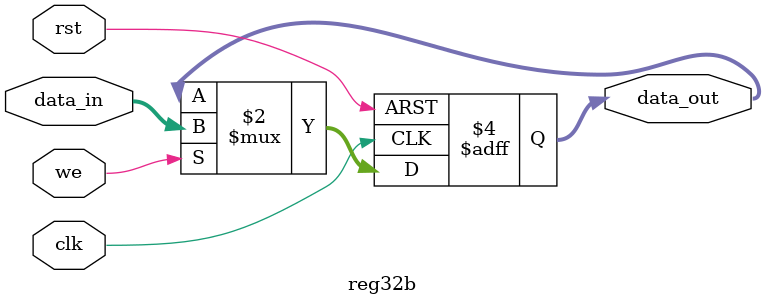
<source format=v>
module reg32b (
    input wire clk,
    input wire rst,
    input wire we,
    input wire [31:0] data_in,
    output reg [31:0] data_out
);

    always @(posedge clk or posedge rst) begin
        if (rst) begin
            data_out <= 32'b0;
        end else if (we) begin
            data_out <= data_in;
        end
    end
endmodule
</source>
